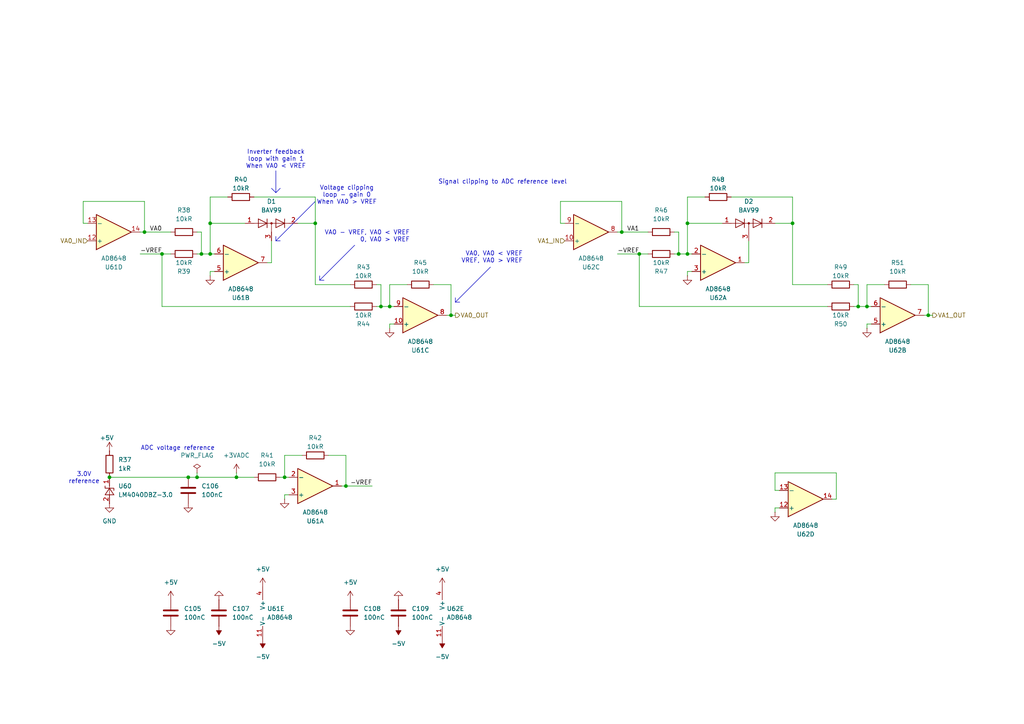
<source format=kicad_sch>
(kicad_sch (version 20250114) (generator "eeschema") (generator_version "9.0")
  (paper "A4")
  (lib_symbols
    (symbol "+5V_1" (power) (pin_numbers (hide yes)) (pin_names (offset 0) (hide yes))
      (property "Value" "+5V" (at 0 3.556 0))
      (symbol "+5V_1_0_1"
        (polyline (pts (xy -0.762 1.27) (xy 0 2.54)))
        (polyline (pts (xy 0 2.54) (xy 0.762 1.27)))
        (polyline (pts (xy 0 0) (xy 0 2.54)))
      )
      (symbol "+5V_1_1_1"
        (pin power_in line (at 0 0 90) (length 0) (name "~") (number "1"))
      )
    )
    (symbol "Amplifier_Operational:ADA4807-4ARUZ" (pin_names (offset 0.127))
      (property "Reference" "U" (at 0 5.08 0))
      (property "Value" "ADA4807-4ARUZ" (at 0 -5.08 0))
      (symbol "ADA4807-4ARUZ_1_1"
        (polyline (pts (xy -5.08 5.08) (xy 5.08 0) (xy -5.08 -5.08) (xy -5.08 5.08)) (stroke (width 0.254)) (fill (type background)))
        (pin input line (at -7.62 2.54 0) (length 2.54) (name "+") (number "3"))
        (pin input line (at -7.62 -2.54 0) (length 2.54) (name "-") (number "2"))
        (pin output line (at 7.62 0 180) (length 2.54) (name "~") (number "1"))
      )
      (symbol "ADA4807-4ARUZ_2_1"
        (polyline (pts (xy -5.08 5.08) (xy 5.08 0) (xy -5.08 -5.08) (xy -5.08 5.08)) (stroke (width 0.254)) (fill (type background)))
        (pin input line (at -7.62 2.54 0) (length 2.54) (name "+") (number "5"))
        (pin input line (at -7.62 -2.54 0) (length 2.54) (name "-") (number "6"))
        (pin output line (at 7.62 0 180) (length 2.54) (name "~") (number "7"))
      )
      (symbol "ADA4807-4ARUZ_3_1"
        (polyline (pts (xy -5.08 5.08) (xy 5.08 0) (xy -5.08 -5.08) (xy -5.08 5.08)) (stroke (width 0.254)) (fill (type background)))
        (pin input line (at -7.62 2.54 0) (length 2.54) (name "+") (number "10"))
        (pin input line (at -7.62 -2.54 0) (length 2.54) (name "-") (number "9"))
        (pin output line (at 7.62 0 180) (length 2.54) (name "~") (number "8"))
      )
      (symbol "ADA4807-4ARUZ_4_1"
        (polyline (pts (xy -5.08 5.08) (xy 5.08 0) (xy -5.08 -5.08) (xy -5.08 5.08)) (stroke (width 0.254)) (fill (type background)))
        (pin input line (at -7.62 2.54 0) (length 2.54) (name "+") (number "12"))
        (pin input line (at -7.62 -2.54 0) (length 2.54) (name "-") (number "13"))
        (pin output line (at 7.62 0 180) (length 2.54) (name "~") (number "14"))
      )
      (symbol "ADA4807-4ARUZ_5_1"
        (pin power_in line (at -2.54 7.62 270) (length 3.81) (name "V+") (number "4"))
        (pin power_in line (at -2.54 -7.62 90) (length 3.81) (name "V-") (number "11"))
      )
    )
    (symbol "Device:C" (pin_numbers (hide yes)) (pin_names (offset 0.254))
      (property "Reference" "C" (at 0.635 2.54 0))
      (property "Value" "C" (at 0.635 -2.54 0))
      (symbol "C_0_1"
        (polyline (pts (xy -2.032 0.762) (xy 2.032 0.762)) (stroke (width 0.508)))
        (polyline (pts (xy -2.032 -0.762) (xy 2.032 -0.762)) (stroke (width 0.508)))
      )
      (symbol "C_1_1"
        (pin passive line (at 0 3.81 270) (length 2.794) (name "~") (number "1"))
        (pin passive line (at 0 -3.81 90) (length 2.794) (name "~") (number "2"))
      )
    )
    (symbol "Device:R" (pin_numbers (hide yes)) (pin_names (offset 0))
      (property "Reference" "R" (at 2.032 0 90))
      (property "Value" "R" (at 0 0 90))
      (symbol "R_0_1"
        (rectangle (start -1.016 -2.54) (end 1.016 2.54) (stroke (width 0.254)))
      )
      (symbol "R_1_1"
        (pin passive line (at 0 3.81 270) (length 1.27) (name "~") (number "1"))
        (pin passive line (at 0 -3.81 90) (length 1.27) (name "~") (number "2"))
      )
    )
    (symbol "Diode:BAV99" (pin_names (hide yes))
      (property "Reference" "D" (at 0 5.08 0))
      (property "Value" "BAV99" (at 0 2.54 0))
      (symbol "BAV99_0_1"
        (polyline (pts (xy -5.08 0) (xy 5.08 0)))
      )
      (symbol "BAV99_1_1"
        (polyline (pts (xy -3.81 1.27) (xy -1.27 0) (xy -3.81 -1.27) (xy -3.81 1.27) (xy -3.81 1.27) (xy -3.81 1.27)) (stroke (width 0.2032)))
        (polyline (pts (xy -1.27 -1.27) (xy -1.27 1.27) (xy -1.27 1.27)) (stroke (width 0.2032)))
        (polyline (pts (xy 0 0) (xy 0 -2.54)))
        (circle (center 0 0) (radius 0.254) (fill (type outline)))
        (polyline (pts (xy 1.27 1.27) (xy 3.81 0) (xy 1.27 -1.27) (xy 1.27 1.27) (xy 1.27 1.27) (xy 1.27 1.27)) (stroke (width 0.2032)))
        (polyline (pts (xy 3.81 1.27) (xy 3.81 -1.27) (xy 3.81 -1.27)) (stroke (width 0.2032)))
        (pin passive line (at -7.62 0 0) (length 2.54) (name "K") (number "1"))
        (pin passive line (at 0 -5.08 90) (length 2.54) (name "K") (number "3"))
        (pin passive line (at 7.62 0 180) (length 2.54) (name "A") (number "2"))
      )
    )
    (symbol "Reference_Voltage:LM4040DBZ-4.1" (pin_names (offset 0.0254) (hide yes))
      (property "Reference" "U" (at 0 2.54 0))
      (property "Value" "LM4040DBZ-4.1" (at 0 -3.175 0))
      (symbol "LM4040DBZ-4.1_0_1"
        (polyline (pts (xy -1.27 0) (xy 0 0) (xy 1.27 0)))
        (polyline (pts (xy -1.27 -1.27) (xy 0.635 0) (xy -1.27 1.27) (xy -1.27 -1.27)) (stroke (width 0.2032)))
        (polyline (pts (xy 0 -1.27) (xy 0.635 -1.27) (xy 0.635 1.27) (xy 1.27 1.27)) (stroke (width 0.2032)))
      )
      (symbol "LM4040DBZ-4.1_1_1"
        (pin passive line (at -3.81 0 0) (length 2.54) (name "A") (number "2"))
        (pin no_connect line (at -1.27 0 0) (length 2.54) (hide yes) (name "NC") (number "3"))
        (pin passive line (at 3.81 0 180) (length 2.54) (name "K") (number "1"))
      )
    )
    (symbol "power:+3.3VADC" (power) (pin_numbers (hide yes)) (pin_names (offset 0) (hide yes))
      (property "Value" "+3.3VADC" (at 0 3.556 0))
      (symbol "+3.3VADC_0_0"
        (pin power_in line (at 0 0 90) (length 0) (name "~") (number "1"))
      )
      (symbol "+3.3VADC_0_1"
        (polyline (pts (xy -0.762 1.27) (xy 0 2.54)))
        (polyline (pts (xy 0 2.54) (xy 0.762 1.27)))
        (polyline (pts (xy 0 0) (xy 0 2.54)))
      )
    )
    (symbol "power:+5V" (power) (pin_numbers (hide yes)) (pin_names (offset 0) (hide yes))
      (property "Value" "+5V" (at 0 3.556 0))
      (symbol "+5V_0_1"
        (polyline (pts (xy -0.762 1.27) (xy 0 2.54)))
        (polyline (pts (xy 0 2.54) (xy 0.762 1.27)))
        (polyline (pts (xy 0 0) (xy 0 2.54)))
      )
      (symbol "+5V_1_1"
        (pin power_in line (at 0 0 90) (length 0) (name "~") (number "1"))
      )
    )
    (symbol "power:-5V" (power) (pin_numbers (hide yes)) (pin_names (offset 0) (hide yes))
      (property "Value" "-5V" (at 0 3.556 0))
      (symbol "-5V_0_0"
        (pin power_in line (at 0 0 90) (length 0) (name "~") (number "1"))
      )
      (symbol "-5V_0_1"
        (polyline (pts (xy 0 0) (xy 0 1.27) (xy 0.762 1.27) (xy 0 2.54) (xy -0.762 1.27) (xy 0 1.27)) (fill (type outline)))
      )
    )
    (symbol "power:GND" (power) (pin_numbers (hide yes)) (pin_names (offset 0) (hide yes))
      (property "Value" "GND" (at 0 -3.81 0))
      (symbol "GND_0_1"
        (polyline (pts (xy 0 0) (xy 0 -1.27) (xy 1.27 -1.27) (xy 0 -2.54) (xy -1.27 -1.27) (xy 0 -1.27)))
      )
      (symbol "GND_1_1"
        (pin power_in line (at 0 0 270) (length 0) (name "~") (number "1"))
      )
    )
    (symbol "power:PWR_FLAG" (power) (pin_numbers (hide yes)) (pin_names (offset 0) (hide yes))
      (property "Value" "PWR_FLAG" (at 0 3.81 0))
      (symbol "PWR_FLAG_0_0"
        (pin power_out line (at 0 0 90) (length 0) (name "~") (number "1"))
      )
      (symbol "PWR_FLAG_0_1"
        (polyline (pts (xy 0 0) (xy 0 1.27) (xy -1.016 1.905) (xy 0 2.54) (xy 1.016 1.905) (xy 0 1.27)))
      )
    )
  )
  (text "Inverter feedback\nloop with gain 1\nWhen VA0 < VREF" (at 80.01 46.228 0) (effects (font (size 1.27 1.27))))
  (text "3.0V\nreference" (at 24.384 138.684 0) (effects (font (size 1.27 1.27))))
  (text "ADC voltage reference" (at 51.562 130.048 0) (effects (font (size 1.27 1.27))))
  (text "Signal clipping to ADC reference level" (at 145.796 52.832 0) (effects (font (size 1.27 1.27))))
  (text "Voltage clipping\nloop - gain 0\nWhen VA0 > VREF" (at 100.584 56.642 0) (effects (font (size 1.27 1.27))))
  (text "VA0, VA0 < VREF\nVREF, VA0 > VREF" (at 151.638 74.676 0) (effects (font (size 1.27 1.27)) (justify right)))
  (text "VA0 - VREF, VA0 < VREF\n0, VA0 > VREF" (at 118.872 68.58 0) (effects (font (size 1.27 1.27)) (justify right)))
  (junction (at 54.61 138.43))
  (junction (at 180.34 67.31))
  (junction (at 57.15 138.43))
  (junction (at 31.75 138.43))
  (junction (at 199.39 73.66))
  (junction (at 269.24 91.44))
  (junction (at 91.44 64.77))
  (junction (at 46.99 73.66))
  (junction (at 100.33 140.97))
  (junction (at 82.55 138.43))
  (junction (at 41.91 67.31))
  (junction (at 110.49 88.9))
  (junction (at 58.42 73.66))
  (junction (at 199.39 64.77))
  (junction (at 68.58 138.43))
  (junction (at 130.81 91.44))
  (junction (at 251.46 88.9))
  (junction (at 248.92 88.9))
  (junction (at 60.96 73.66))
  (junction (at 60.96 64.77))
  (junction (at 185.42 73.66))
  (junction (at 196.85 73.66))
  (junction (at 113.03 88.9))
  (junction (at 229.87 64.77))
  (wire (pts (xy 229.87 82.55) (xy 240.03 82.55)))
  (wire (pts (xy 125.73 82.55) (xy 130.81 82.55)))
  (wire (pts (xy 251.46 95.25) (xy 251.46 93.98)))
  (wire (pts (xy 82.55 143.51) (xy 82.55 144.78)))
  (polyline (pts (xy 78.74 54.61) (xy 80.01 55.88)))
  (wire (pts (xy 199.39 64.77) (xy 199.39 73.66)))
  (wire (pts (xy 251.46 93.98) (xy 252.73 93.98)))
  (wire (pts (xy 110.49 82.55) (xy 110.49 88.9)))
  (wire (pts (xy 163.83 64.77) (xy 162.56 64.77)))
  (wire (pts (xy 68.58 138.43) (xy 73.66 138.43)))
  (wire (pts (xy 162.56 58.42) (xy 180.34 58.42)))
  (wire (pts (xy 86.36 64.77) (xy 91.44 64.77)))
  (wire (pts (xy 212.09 57.15) (xy 229.87 57.15)))
  (wire (pts (xy 58.42 67.31) (xy 58.42 73.66)))
  (wire (pts (xy 195.58 73.66) (xy 196.85 73.66)))
  (wire (pts (xy 200.66 78.74) (xy 199.39 78.74)))
  (wire (pts (xy 199.39 73.66) (xy 200.66 73.66)))
  (wire (pts (xy 247.65 88.9) (xy 248.92 88.9)))
  (wire (pts (xy 58.42 73.66) (xy 60.96 73.66)))
  (wire (pts (xy 83.82 143.51) (xy 82.55 143.51)))
  (wire (pts (xy 82.55 138.43) (xy 83.82 138.43)))
  (polyline (pts (xy 92.71 81.28) (xy 102.87 71.12)))
  (wire (pts (xy 130.81 91.44) (xy 132.08 91.44)))
  (wire (pts (xy 269.24 91.44) (xy 270.51 91.44)))
  (wire (pts (xy 100.33 140.97) (xy 107.95 140.97)))
  (wire (pts (xy 113.03 93.98) (xy 114.3 93.98)))
  (wire (pts (xy 113.03 82.55) (xy 118.11 82.55)))
  (wire (pts (xy 199.39 64.77) (xy 209.55 64.77)))
  (wire (pts (xy 224.79 142.24) (xy 226.06 142.24)))
  (polyline (pts (xy 92.71 81.28) (xy 93.98 81.28)))
  (wire (pts (xy 130.81 91.44) (xy 129.54 91.44)))
  (wire (pts (xy 185.42 88.9) (xy 185.42 73.66)))
  (wire (pts (xy 196.85 73.66) (xy 199.39 73.66)))
  (wire (pts (xy 31.75 138.43) (xy 54.61 138.43)))
  (wire (pts (xy 60.96 57.15) (xy 60.96 64.77)))
  (polyline (pts (xy 80.01 68.58) (xy 80.01 69.85)))
  (wire (pts (xy 224.79 147.32) (xy 224.79 148.59)))
  (polyline (pts (xy 92.71 80.01) (xy 92.71 81.28)))
  (polyline (pts (xy 80.01 69.85) (xy 91.44 58.42)))
  (wire (pts (xy 199.39 78.74) (xy 199.39 80.01)))
  (wire (pts (xy 180.34 67.31) (xy 179.07 67.31)))
  (wire (pts (xy 73.66 57.15) (xy 91.44 57.15)))
  (wire (pts (xy 215.9 76.2) (xy 217.17 76.2)))
  (wire (pts (xy 162.56 64.77) (xy 162.56 58.42)))
  (wire (pts (xy 180.34 58.42) (xy 180.34 67.31)))
  (wire (pts (xy 196.85 67.31) (xy 196.85 73.66)))
  (wire (pts (xy 241.3 144.78) (xy 242.57 144.78)))
  (wire (pts (xy 40.64 73.66) (xy 46.99 73.66)))
  (wire (pts (xy 226.06 147.32) (xy 224.79 147.32)))
  (wire (pts (xy 248.92 82.55) (xy 248.92 88.9)))
  (polyline (pts (xy 80.01 49.53) (xy 80.01 55.88)))
  (wire (pts (xy 62.23 78.74) (xy 60.96 78.74)))
  (wire (pts (xy 91.44 57.15) (xy 91.44 64.77)))
  (wire (pts (xy 109.22 82.55) (xy 110.49 82.55)))
  (wire (pts (xy 110.49 88.9) (xy 113.03 88.9)))
  (wire (pts (xy 113.03 95.25) (xy 113.03 93.98)))
  (polyline (pts (xy 80.01 55.88) (xy 81.28 54.61)))
  (wire (pts (xy 25.4 64.77) (xy 24.13 64.77)))
  (wire (pts (xy 82.55 132.08) (xy 87.63 132.08)))
  (wire (pts (xy 242.57 137.16) (xy 224.79 137.16)))
  (wire (pts (xy 130.81 82.55) (xy 130.81 91.44)))
  (wire (pts (xy 180.34 67.31) (xy 187.96 67.31)))
  (wire (pts (xy 57.15 138.43) (xy 68.58 138.43)))
  (wire (pts (xy 100.33 132.08) (xy 100.33 140.97)))
  (wire (pts (xy 60.96 73.66) (xy 62.23 73.66)))
  (wire (pts (xy 46.99 73.66) (xy 49.53 73.66)))
  (wire (pts (xy 57.15 137.16) (xy 57.15 138.43)))
  (wire (pts (xy 95.25 132.08) (xy 100.33 132.08)))
  (wire (pts (xy 41.91 67.31) (xy 49.53 67.31)))
  (wire (pts (xy 199.39 57.15) (xy 204.47 57.15)))
  (wire (pts (xy 251.46 88.9) (xy 251.46 82.55)))
  (wire (pts (xy 247.65 82.55) (xy 248.92 82.55)))
  (wire (pts (xy 81.28 138.43) (xy 82.55 138.43)))
  (polyline (pts (xy 132.08 87.63) (xy 133.35 87.63)))
  (polyline (pts (xy 132.08 86.36) (xy 132.08 87.63)))
  (wire (pts (xy 82.55 138.43) (xy 82.55 132.08)))
  (polyline (pts (xy 80.01 69.85) (xy 81.28 69.85)))
  (wire (pts (xy 224.79 64.77) (xy 229.87 64.77)))
  (wire (pts (xy 242.57 144.78) (xy 242.57 137.16)))
  (polyline (pts (xy 132.08 87.63) (xy 142.24 77.47)))
  (wire (pts (xy 195.58 67.31) (xy 196.85 67.31)))
  (wire (pts (xy 199.39 57.15) (xy 199.39 64.77)))
  (wire (pts (xy 57.15 73.66) (xy 58.42 73.66)))
  (wire (pts (xy 68.58 137.16) (xy 68.58 138.43)))
  (wire (pts (xy 269.24 82.55) (xy 269.24 91.44)))
  (wire (pts (xy 77.47 76.2) (xy 78.74 76.2)))
  (wire (pts (xy 229.87 64.77) (xy 229.87 82.55)))
  (wire (pts (xy 109.22 88.9) (xy 110.49 88.9)))
  (wire (pts (xy 185.42 73.66) (xy 187.96 73.66)))
  (wire (pts (xy 57.15 67.31) (xy 58.42 67.31)))
  (wire (pts (xy 54.61 138.43) (xy 57.15 138.43)))
  (wire (pts (xy 248.92 88.9) (xy 251.46 88.9)))
  (wire (pts (xy 99.06 140.97) (xy 100.33 140.97)))
  (wire (pts (xy 217.17 69.85) (xy 217.17 76.2)))
  (wire (pts (xy 269.24 91.44) (xy 267.97 91.44)))
  (wire (pts (xy 251.46 82.55) (xy 256.54 82.55)))
  (wire (pts (xy 185.42 88.9) (xy 240.03 88.9)))
  (wire (pts (xy 78.74 69.85) (xy 78.74 76.2)))
  (wire (pts (xy 60.96 57.15) (xy 66.04 57.15)))
  (wire (pts (xy 91.44 64.77) (xy 91.44 82.55)))
  (wire (pts (xy 113.03 88.9) (xy 113.03 82.55)))
  (wire (pts (xy 60.96 64.77) (xy 71.12 64.77)))
  (wire (pts (xy 60.96 64.77) (xy 60.96 73.66)))
  (wire (pts (xy 60.96 78.74) (xy 60.96 80.01)))
  (wire (pts (xy 224.79 137.16) (xy 224.79 142.24)))
  (wire (pts (xy 229.87 57.15) (xy 229.87 64.77)))
  (wire (pts (xy 41.91 58.42) (xy 41.91 67.31)))
  (wire (pts (xy 24.13 58.42) (xy 41.91 58.42)))
  (wire (pts (xy 113.03 88.9) (xy 114.3 88.9)))
  (wire (pts (xy 24.13 64.77) (xy 24.13 58.42)))
  (wire (pts (xy 264.16 82.55) (xy 269.24 82.55)))
  (wire (pts (xy 46.99 88.9) (xy 46.99 73.66)))
  (wire (pts (xy 91.44 82.55) (xy 101.6 82.55)))
  (wire (pts (xy 46.99 88.9) (xy 101.6 88.9)))
  (wire (pts (xy 41.91 67.31) (xy 40.64 67.31)))
  (wire (pts (xy 251.46 88.9) (xy 252.73 88.9)))
  (wire (pts (xy 179.07 73.66) (xy 185.42 73.66)))
  (label "-VREF" (at 107.95 140.97 180))
  (label "-VREF" (at 40.64 73.66 0))
  (label "-VREF" (at 179.07 73.66 0))
  (label "VA1" (at 185.42 67.31 180))
  (label "VA0" (at 46.99 67.31 180))
  (hierarchical_label "VA1_IN" (shape input) (at 163.83 69.85 180))
  (hierarchical_label "VA1_OUT" (shape output) (at 270.51 91.44 0))
  (hierarchical_label "VA0_IN" (shape input) (at 25.4 69.85 180))
  (hierarchical_label "VA0_OUT" (shape output) (at 132.08 91.44 0))
  (symbol (lib_name "+5V_1") (lib_id "power:+5V") (at 128.27 170.18 0) (unit 1)
    (property "Reference" "#PWR0366" (effects (hide yes)))
    (property "Value" "+5V" (at 128.27 165.1 0))
    (property "Description" "Power symbol creates a global label with name \"+5V\"" (effects (hide yes)))
  )
  (symbol (lib_id "Amplifier_Operational:ADA4807-4ARUZ") (at 260.35 91.44 0) (mirror x) (unit 2)
    (property "Reference" "U62" (at 260.35 101.6 0))
    (property "Value" "AD8648" (at 260.35 99.06 0))
    (property "Footprint" "Package_SO:TSSOP-14_4.4x5mm_P0.65mm" (effects (hide yes)))
    (property "Datasheet" "https://www.analog.com/media/en/technical-documentation/data-sheets/AD8646_8647_8648.pdf" (effects (hide yes)))
    (property "Description" "Quad Rail-to-Rail Input/Output Amplifiers, TSSOP-14" (effects (hide yes)))
    (property "MPN" "AD8648ARUZ" (effects (hide yes)))
  )
  (symbol (lib_id "Amplifier_Operational:ADA4807-4ARUZ") (at 130.81 177.8 0) (unit 5)
    (property "Reference" "U62" (at 129.54 176.5299 0) (effects (justify left)))
    (property "Value" "AD8648" (at 129.54 179.0699 0) (effects (justify left)))
    (property "Footprint" "Package_SO:TSSOP-14_4.4x5mm_P0.65mm" (effects (hide yes)))
    (property "Datasheet" "https://www.analog.com/media/en/technical-documentation/data-sheets/AD8646_8647_8648.pdf" (effects (hide yes)))
    (property "Description" "Quad Rail-to-Rail Input/Output Amplifiers, TSSOP-14" (effects (hide yes)))
    (property "MPN" "AD8648ARUZ" (effects (hide yes)))
  )
  (symbol (lib_id "Device:C") (at 115.57 177.8 0) (unit 1)
    (property "Reference" "C109" (at 119.38 176.5299 0) (effects (justify left)))
    (property "Value" "100nC" (at 119.38 179.0699 0) (effects (justify left)))
    (property "Footprint" "Capacitor_SMD:C_0805_2012Metric" (effects (hide yes)))
    (property "Description" "Unpolarized capacitor" (effects (hide yes)))
  )
  (symbol (lib_id "Amplifier_Operational:ADA4807-4ARUZ") (at 78.74 177.8 0) (unit 5)
    (property "Reference" "U61" (at 77.47 176.5299 0) (effects (justify left)))
    (property "Value" "AD8648" (at 77.47 179.0699 0) (effects (justify left)))
    (property "Footprint" "Package_SO:TSSOP-14_4.4x5mm_P0.65mm" (effects (hide yes)))
    (property "Datasheet" "https://www.analog.com/media/en/technical-documentation/data-sheets/AD8646_8647_8648.pdf" (effects (hide yes)))
    (property "Description" "Quad Rail-to-Rail Input/Output Amplifiers, TSSOP-14" (effects (hide yes)))
    (property "MPN" "AD8648ARUZ" (effects (hide yes)))
  )
  (symbol (lib_id "power:GND") (at 49.53 181.61 0) (unit 1)
    (property "Reference" "#PWR0352" (effects (hide yes)))
    (property "Value" "GND" (effects (hide yes)))
    (property "Description" "Power symbol creates a global label with name \"GND\" , ground" (effects (hide yes)))
  )
  (symbol (lib_id "Device:R") (at 260.35 82.55 270) (unit 1)
    (property "Reference" "R51" (at 260.35 76.2 90))
    (property "Value" "10kR" (at 260.35 78.74 90))
    (property "Footprint" "Resistor_SMD:R_0805_2012Metric" (effects (hide yes)))
    (property "Description" "Resistor" (effects (hide yes)))
  )
  (symbol (lib_id "Diode:BAV99") (at 217.17 64.77 0) (unit 1)
    (property "Reference" "D2" (at 217.17 58.42 0))
    (property "Value" "BAV99" (at 217.17 60.96 0))
    (property "Footprint" "Package_TO_SOT_SMD:SOT-23" (effects (hide yes)))
    (property "Datasheet" "https://assets.nexperia.com/documents/data-sheet/BAV99_SER.pdf" (effects (hide yes)))
    (property "Description" "BAV99 High-speed switching diodes, SOT-23" (effects (hide yes)))
    (property "MPN" "BAV99,215" (effects (hide yes)))
  )
  (symbol (lib_id "power:GND") (at 60.96 80.01 0) (unit 1)
    (property "Reference" "#PWR0354" (effects (hide yes)))
    (property "Value" "GND" (effects (hide yes)))
    (property "Description" "Power symbol creates a global label with name \"GND\" , ground" (effects (hide yes)))
  )
  (symbol (lib_id "power:-5V") (at 115.57 181.61 180) (unit 1)
    (property "Reference" "#PWR0365" (effects (hide yes)))
    (property "Value" "-5V" (at 115.57 186.69 0))
    (property "Description" "Power symbol creates a global label with name \"-5V\"" (effects (hide yes)))
  )
  (symbol (lib_id "Device:R") (at 208.28 57.15 270) (unit 1)
    (property "Reference" "R48" (at 208.28 52.07 90))
    (property "Value" "10kR" (at 208.28 54.61 90))
    (property "Footprint" "Resistor_SMD:R_0805_2012Metric" (effects (hide yes)))
    (property "Description" "Resistor" (effects (hide yes)))
  )
  (symbol (lib_id "power:GND") (at 113.03 95.25 0) (unit 1)
    (property "Reference" "#PWR0363" (effects (hide yes)))
    (property "Value" "GND" (effects (hide yes)))
    (property "Description" "Power symbol creates a global label with name \"GND\" , ground" (effects (hide yes)))
  )
  (symbol (lib_id "power:GND") (at 54.61 146.05 0) (unit 1)
    (property "Reference" "#PWR0353" (effects (hide yes)))
    (property "Value" "GND" (effects (hide yes)))
    (property "Description" "Power symbol creates a global label with name \"GND\" , ground" (effects (hide yes)))
  )
  (symbol (lib_id "Reference_Voltage:LM4040DBZ-4.1") (at 31.75 142.24 90) (unit 1)
    (property "Reference" "U60" (at 34.29 140.9699 90) (effects (justify right)))
    (property "Value" "LM4040DBZ-3.0" (at 34.29 143.5099 90) (effects (justify right)))
    (property "Footprint" "Package_TO_SOT_SMD:SOT-23" (effects (hide yes)))
    (property "Datasheet" "https://www.ti.com/lit/ds/symlink/lm4040.pdf" (effects (hide yes)))
    (property "Description" "3.0V Precision Micropower Shunt Voltage Reference, SOT-23" (effects (hide yes)))
    (property "MPN" "LM4040B30IDBZR" (effects (hide yes)))
    (property "Status" "OK" (effects (hide yes)))
  )
  (symbol (lib_id "Device:R") (at 77.47 138.43 270) (unit 1)
    (property "Reference" "R41" (at 77.47 132.08 90))
    (property "Value" "10kR" (at 77.47 134.62 90))
    (property "Footprint" "Resistor_SMD:R_0805_2012Metric" (effects (hide yes)))
    (property "Description" "Resistor" (effects (hide yes)))
  )
  (symbol (lib_id "Device:R") (at 105.41 88.9 90) (mirror x) (unit 1)
    (property "Reference" "R44" (at 105.41 93.98 90))
    (property "Value" "10kR" (at 105.41 91.44 90))
    (property "Footprint" "Resistor_SMD:R_0805_2012Metric" (effects (hide yes)))
    (property "Description" "Resistor" (effects (hide yes)))
  )
  (symbol (lib_id "power:+5V") (at 31.75 130.81 0) (mirror y) (unit 1)
    (property "Reference" "#PWR0349" (effects (hide yes)))
    (property "Value" "+5V" (at 33.02 127 0) (effects (justify left)))
  )
  (symbol (lib_id "Device:R") (at 53.34 73.66 270) (mirror x) (unit 1)
    (property "Reference" "R39" (at 53.34 78.74 90))
    (property "Value" "10kR" (at 53.34 76.2 90))
    (property "Footprint" "Resistor_SMD:R_0805_2012Metric" (effects (hide yes)))
    (property "Description" "Resistor" (effects (hide yes)))
  )
  (symbol (lib_id "power:GND") (at 199.39 80.01 0) (unit 1)
    (property "Reference" "#PWR0368" (effects (hide yes)))
    (property "Value" "GND" (effects (hide yes)))
    (property "Description" "Power symbol creates a global label with name \"GND\" , ground" (effects (hide yes)))
  )
  (symbol (lib_id "Amplifier_Operational:ADA4807-4ARUZ") (at 233.68 144.78 0) (mirror x) (unit 4)
    (property "Reference" "U62" (at 233.68 154.94 0))
    (property "Value" "AD8648" (at 233.68 152.4 0))
    (property "Footprint" "Package_SO:TSSOP-14_4.4x5mm_P0.65mm" (effects (hide yes)))
    (property "Datasheet" "https://www.analog.com/media/en/technical-documentation/data-sheets/AD8646_8647_8648.pdf" (effects (hide yes)))
    (property "Description" "Quad Rail-to-Rail Input/Output Amplifiers, TSSOP-14" (effects (hide yes)))
    (property "MPN" "AD8648ARUZ" (effects (hide yes)))
  )
  (symbol (lib_id "Amplifier_Operational:ADA4807-4ARUZ") (at 171.45 67.31 0) (mirror x) (unit 3)
    (property "Reference" "U62" (at 171.45 77.47 0))
    (property "Value" "AD8648" (at 171.45 74.93 0))
    (property "Footprint" "Package_SO:TSSOP-14_4.4x5mm_P0.65mm" (effects (hide yes)))
    (property "Datasheet" "https://www.analog.com/media/en/technical-documentation/data-sheets/AD8646_8647_8648.pdf" (effects (hide yes)))
    (property "Description" "Quad Rail-to-Rail Input/Output Amplifiers, TSSOP-14" (effects (hide yes)))
    (property "MPN" "AD8648ARUZ" (effects (hide yes)))
  )
  (symbol (lib_id "Device:C") (at 101.6 177.8 0) (unit 1)
    (property "Reference" "C108" (at 105.41 176.5299 0) (effects (justify left)))
    (property "Value" "100nC" (at 105.41 179.0699 0) (effects (justify left)))
    (property "Footprint" "Capacitor_SMD:C_0805_2012Metric" (effects (hide yes)))
    (property "Description" "Unpolarized capacitor" (effects (hide yes)))
  )
  (symbol (lib_id "power:-5V") (at 63.5 181.61 180) (unit 1)
    (property "Reference" "#PWR0356" (effects (hide yes)))
    (property "Value" "-5V" (at 63.5 186.69 0))
    (property "Description" "Power symbol creates a global label with name \"-5V\"" (effects (hide yes)))
  )
  (symbol (lib_id "power:GND") (at 101.6 181.61 0) (unit 1)
    (property "Reference" "#PWR0362" (effects (hide yes)))
    (property "Value" "GND" (effects (hide yes)))
    (property "Description" "Power symbol creates a global label with name \"GND\" , ground" (effects (hide yes)))
  )
  (symbol (lib_id "power:-5V") (at 76.2 185.42 180) (unit 1)
    (property "Reference" "#PWR0359" (effects (hide yes)))
    (property "Value" "-5V" (at 76.2 190.5 0))
    (property "Description" "Power symbol creates a global label with name \"-5V\"" (effects (hide yes)))
  )
  (symbol (lib_id "Amplifier_Operational:ADA4807-4ARUZ") (at 91.44 140.97 0) (mirror x) (unit 1)
    (property "Reference" "U61" (at 91.44 151.13 0))
    (property "Value" "AD8648" (at 91.44 148.59 0))
    (property "Footprint" "Package_SO:TSSOP-14_4.4x5mm_P0.65mm" (effects (hide yes)))
    (property "Datasheet" "https://www.analog.com/media/en/technical-documentation/data-sheets/AD8646_8647_8648.pdf" (effects (hide yes)))
    (property "Description" "Quad Rail-to-Rail Input/Output Amplifiers, TSSOP-14" (effects (hide yes)))
    (property "MPN" "AD8648ARUZ" (effects (hide yes)))
  )
  (symbol (lib_id "power:GND") (at 224.79 148.59 0) (unit 1)
    (property "Reference" "#PWR0369" (effects (hide yes)))
    (property "Value" "GND" (effects (hide yes)))
    (property "Description" "Power symbol creates a global label with name \"GND\" , ground" (effects (hide yes)))
  )
  (symbol (lib_id "Amplifier_Operational:ADA4807-4ARUZ") (at 208.28 76.2 0) (mirror x) (unit 1)
    (property "Reference" "U62" (at 208.28 86.36 0))
    (property "Value" "AD8648" (at 208.28 83.82 0))
    (property "Footprint" "Package_SO:TSSOP-14_4.4x5mm_P0.65mm" (effects (hide yes)))
    (property "Datasheet" "https://www.analog.com/media/en/technical-documentation/data-sheets/AD8646_8647_8648.pdf" (effects (hide yes)))
    (property "Description" "Quad Rail-to-Rail Input/Output Amplifiers, TSSOP-14" (effects (hide yes)))
    (property "MPN" "AD8648ARUZ" (effects (hide yes)))
  )
  (symbol (lib_id "Device:R") (at 53.34 67.31 270) (unit 1)
    (property "Reference" "R38" (at 53.34 60.96 90))
    (property "Value" "10kR" (at 53.34 63.5 90))
    (property "Footprint" "Resistor_SMD:R_0805_2012Metric" (effects (hide yes)))
    (property "Description" "Resistor" (effects (hide yes)))
  )
  (symbol (lib_id "Device:C") (at 63.5 177.8 0) (unit 1)
    (property "Reference" "C107" (at 67.31 176.5299 0) (effects (justify left)))
    (property "Value" "100nC" (at 67.31 179.0699 0) (effects (justify left)))
    (property "Footprint" "Capacitor_SMD:C_0805_2012Metric" (effects (hide yes)))
    (property "Description" "Unpolarized capacitor" (effects (hide yes)))
  )
  (symbol (lib_id "Device:R") (at 243.84 88.9 90) (mirror x) (unit 1)
    (property "Reference" "R50" (at 243.84 93.98 90))
    (property "Value" "10kR" (at 243.84 91.44 90))
    (property "Footprint" "Resistor_SMD:R_0805_2012Metric" (effects (hide yes)))
    (property "Description" "Resistor" (effects (hide yes)))
  )
  (symbol (lib_id "power:PWR_FLAG") (at 57.15 137.16 0) (unit 1)
    (property "Reference" "#FLG02" (effects (hide yes)))
    (property "Value" "PWR_FLAG" (at 57.15 132.08 0))
    (property "Description" "Special symbol for telling ERC where power comes from" (effects (hide yes)))
  )
  (symbol (lib_id "Device:R") (at 191.77 73.66 270) (mirror x) (unit 1)
    (property "Reference" "R47" (at 191.77 78.74 90))
    (property "Value" "10kR" (at 191.77 76.2 90))
    (property "Footprint" "Resistor_SMD:R_0805_2012Metric" (effects (hide yes)))
    (property "Description" "Resistor" (effects (hide yes)))
  )
  (symbol (lib_id "Device:R") (at 243.84 82.55 270) (unit 1)
    (property "Reference" "R49" (at 243.84 77.47 90))
    (property "Value" "10kR" (at 243.84 80.01 90))
    (property "Footprint" "Resistor_SMD:R_0805_2012Metric" (effects (hide yes)))
    (property "Description" "Resistor" (effects (hide yes)))
  )
  (symbol (lib_id "power:+3.3VADC") (at 68.58 137.16 0) (unit 1)
    (property "Reference" "#PWR0357" (effects (hide yes)))
    (property "Value" "+3VADC" (at 68.58 132.08 0))
    (property "Description" "Power symbol creates a global label with name \"+3.3VADC\"" (effects (hide yes)))
  )
  (symbol (lib_id "power:GND") (at 31.75 146.05 0) (unit 1)
    (property "Reference" "#PWR0350" (effects (hide yes)))
    (property "Value" "GND" (at 31.75 151.13 0))
  )
  (symbol (lib_id "Diode:BAV99") (at 78.74 64.77 0) (unit 1)
    (property "Reference" "D1" (at 78.74 58.42 0))
    (property "Value" "BAV99" (at 78.74 60.96 0))
    (property "Footprint" "Package_TO_SOT_SMD:SOT-23" (effects (hide yes)))
    (property "Datasheet" "https://assets.nexperia.com/documents/data-sheet/BAV99_SER.pdf" (effects (hide yes)))
    (property "Description" "BAV99 High-speed switching diodes, SOT-23" (effects (hide yes)))
    (property "MPN" "BAV99,215" (effects (hide yes)))
  )
  (symbol (lib_id "Device:R") (at 191.77 67.31 270) (unit 1)
    (property "Reference" "R46" (at 191.77 60.96 90))
    (property "Value" "10kR" (at 191.77 63.5 90))
    (property "Footprint" "Resistor_SMD:R_0805_2012Metric" (effects (hide yes)))
    (property "Description" "Resistor" (effects (hide yes)))
  )
  (symbol (lib_id "Device:R") (at 91.44 132.08 90) (unit 1)
    (property "Reference" "R42" (at 91.44 127 90))
    (property "Value" "10kR" (at 91.44 129.54 90))
    (property "Footprint" "Resistor_SMD:R_0805_2012Metric" (effects (hide yes)))
    (property "Description" "Resistor" (effects (hide yes)))
  )
  (symbol (lib_id "power:GND") (at 251.46 95.25 0) (unit 1)
    (property "Reference" "#PWR0370" (effects (hide yes)))
    (property "Value" "GND" (effects (hide yes)))
    (property "Description" "Power symbol creates a global label with name \"GND\" , ground" (effects (hide yes)))
  )
  (symbol (lib_id "Device:R") (at 121.92 82.55 270) (unit 1)
    (property "Reference" "R45" (at 121.92 76.2 90))
    (property "Value" "10kR" (at 121.92 78.74 90))
    (property "Footprint" "Resistor_SMD:R_0805_2012Metric" (effects (hide yes)))
    (property "Description" "Resistor" (effects (hide yes)))
  )
  (symbol (lib_id "power:GND") (at 63.5 173.99 180) (unit 1)
    (property "Reference" "#PWR0355" (effects (hide yes)))
    (property "Value" "GND" (effects (hide yes)))
    (property "Description" "Power symbol creates a global label with name \"GND\" , ground" (effects (hide yes)))
  )
  (symbol (lib_id "power:GND") (at 115.57 173.99 180) (unit 1)
    (property "Reference" "#PWR0364" (effects (hide yes)))
    (property "Value" "GND" (effects (hide yes)))
    (property "Description" "Power symbol creates a global label with name \"GND\" , ground" (effects (hide yes)))
  )
  (symbol (lib_name "+5V_1") (lib_id "power:+5V") (at 49.53 173.99 0) (unit 1)
    (property "Reference" "#PWR0351" (effects (hide yes)))
    (property "Value" "+5V" (at 49.53 168.91 0))
    (property "Description" "Power symbol creates a global label with name \"+5V\"" (effects (hide yes)))
  )
  (symbol (lib_id "Device:R") (at 31.75 134.62 0) (unit 1)
    (property "Reference" "R37" (at 34.29 133.3499 0) (effects (justify left)))
    (property "Value" "1kR" (at 34.29 135.8899 0) (effects (justify left)))
    (property "Footprint" "Resistor_SMD:R_0805_2012Metric" (effects (hide yes)))
  )
  (symbol (lib_id "Device:R") (at 105.41 82.55 270) (unit 1)
    (property "Reference" "R43" (at 105.41 77.47 90))
    (property "Value" "10kR" (at 105.41 80.01 90))
    (property "Footprint" "Resistor_SMD:R_0805_2012Metric" (effects (hide yes)))
    (property "Description" "Resistor" (effects (hide yes)))
  )
  (symbol (lib_id "Amplifier_Operational:ADA4807-4ARUZ") (at 33.02 67.31 0) (mirror x) (unit 4)
    (property "Reference" "U61" (at 33.02 77.47 0))
    (property "Value" "AD8648" (at 33.02 74.93 0))
    (property "Footprint" "Package_SO:TSSOP-14_4.4x5mm_P0.65mm" (effects (hide yes)))
    (property "Datasheet" "https://www.analog.com/media/en/technical-documentation/data-sheets/AD8646_8647_8648.pdf" (effects (hide yes)))
    (property "Description" "Quad Rail-to-Rail Input/Output Amplifiers, TSSOP-14" (effects (hide yes)))
    (property "MPN" "AD8648ARUZ" (effects (hide yes)))
  )
  (symbol (lib_id "Amplifier_Operational:ADA4807-4ARUZ") (at 121.92 91.44 0) (mirror x) (unit 3)
    (property "Reference" "U61" (at 121.92 101.6 0))
    (property "Value" "AD8648" (at 121.92 99.06 0))
    (property "Footprint" "Package_SO:TSSOP-14_4.4x5mm_P0.65mm" (effects (hide yes)))
    (property "Datasheet" "https://www.analog.com/media/en/technical-documentation/data-sheets/AD8646_8647_8648.pdf" (effects (hide yes)))
    (property "Description" "Quad Rail-to-Rail Input/Output Amplifiers, TSSOP-14" (effects (hide yes)))
    (property "MPN" "AD8648ARUZ" (effects (hide yes)))
  )
  (symbol (lib_id "power:-5V") (at 128.27 185.42 180) (unit 1)
    (property "Reference" "#PWR0367" (effects (hide yes)))
    (property "Value" "-5V" (at 128.27 190.5 0))
    (property "Description" "Power symbol creates a global label with name \"-5V\"" (effects (hide yes)))
  )
  (symbol (lib_id "Device:C") (at 54.61 142.24 0) (unit 1)
    (property "Reference" "C106" (at 58.42 140.9699 0) (effects (justify left)))
    (property "Value" "100nC" (at 58.42 143.5099 0) (effects (justify left)))
    (property "Footprint" "Capacitor_SMD:C_0805_2012Metric" (effects (hide yes)))
    (property "Description" "Unpolarized capacitor" (effects (hide yes)))
  )
  (symbol (lib_name "+5V_1") (lib_id "power:+5V") (at 76.2 170.18 0) (unit 1)
    (property "Reference" "#PWR0358" (effects (hide yes)))
    (property "Value" "+5V" (at 76.2 165.1 0))
    (property "Description" "Power symbol creates a global label with name \"+5V\"" (effects (hide yes)))
  )
  (symbol (lib_name "+5V_1") (lib_id "power:+5V") (at 101.6 173.99 0) (unit 1)
    (property "Reference" "#PWR0361" (effects (hide yes)))
    (property "Value" "+5V" (at 101.6 168.91 0))
    (property "Description" "Power symbol creates a global label with name \"+5V\"" (effects (hide yes)))
  )
  (symbol (lib_id "Device:C") (at 49.53 177.8 0) (unit 1)
    (property "Reference" "C105" (at 53.34 176.5299 0) (effects (justify left)))
    (property "Value" "100nC" (at 53.34 179.0699 0) (effects (justify left)))
    (property "Footprint" "Capacitor_SMD:C_0805_2012Metric" (effects (hide yes)))
    (property "Description" "Unpolarized capacitor" (effects (hide yes)))
  )
  (symbol (lib_id "Device:R") (at 69.85 57.15 270) (unit 1)
    (property "Reference" "R40" (at 69.85 52.07 90))
    (property "Value" "10kR" (at 69.85 54.61 90))
    (property "Footprint" "Resistor_SMD:R_0805_2012Metric" (effects (hide yes)))
    (property "Description" "Resistor" (effects (hide yes)))
  )
  (symbol (lib_id "power:GND") (at 82.55 144.78 0) (unit 1)
    (property "Reference" "#PWR0360" (effects (hide yes)))
    (property "Value" "GND" (effects (hide yes)))
    (property "Description" "Power symbol creates a global label with name \"GND\" , ground" (effects (hide yes)))
  )
  (symbol (lib_id "Amplifier_Operational:ADA4807-4ARUZ") (at 69.85 76.2 0) (mirror x) (unit 2)
    (property "Reference" "U61" (at 69.85 86.36 0))
    (property "Value" "AD8648" (at 69.85 83.82 0))
    (property "Footprint" "Package_SO:TSSOP-14_4.4x5mm_P0.65mm" (effects (hide yes)))
    (property "Datasheet" "https://www.analog.com/media/en/technical-documentation/data-sheets/AD8646_8647_8648.pdf" (effects (hide yes)))
    (property "Description" "Quad Rail-to-Rail Input/Output Amplifiers, TSSOP-14" (effects (hide yes)))
    (property "MPN" "AD8648ARUZ" (effects (hide yes)))
  )
)
</source>
